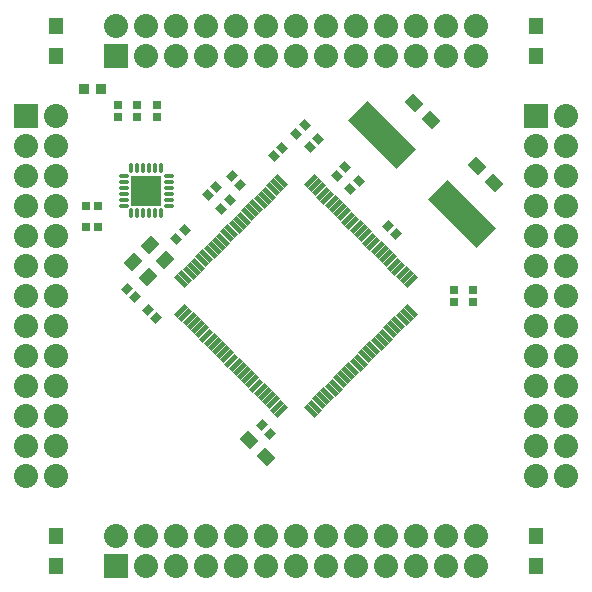
<source format=gts>
G04*
G04 #@! TF.GenerationSoftware,Altium Limited,Altium Designer,22.9.1 (49)*
G04*
G04 Layer_Color=8388736*
%FSLAX25Y25*%
%MOIN*%
G70*
G04*
G04 #@! TF.SameCoordinates,8D4C7E38-BABD-4712-AC01-C6420393E34D*
G04*
G04*
G04 #@! TF.FilePolarity,Negative*
G04*
G01*
G75*
G04:AMPARAMS|DCode=13|XSize=31.1mil|YSize=14.96mil|CornerRadius=3.35mil|HoleSize=0mil|Usage=FLASHONLY|Rotation=90.000|XOffset=0mil|YOffset=0mil|HoleType=Round|Shape=RoundedRectangle|*
%AMROUNDEDRECTD13*
21,1,0.03110,0.00827,0,0,90.0*
21,1,0.02441,0.01496,0,0,90.0*
1,1,0.00669,0.00413,0.01221*
1,1,0.00669,0.00413,-0.01221*
1,1,0.00669,-0.00413,-0.01221*
1,1,0.00669,-0.00413,0.01221*
%
%ADD13ROUNDEDRECTD13*%
G04:AMPARAMS|DCode=14|XSize=31.1mil|YSize=14.96mil|CornerRadius=3.35mil|HoleSize=0mil|Usage=FLASHONLY|Rotation=180.000|XOffset=0mil|YOffset=0mil|HoleType=Round|Shape=RoundedRectangle|*
%AMROUNDEDRECTD14*
21,1,0.03110,0.00827,0,0,180.0*
21,1,0.02441,0.01496,0,0,180.0*
1,1,0.00669,-0.01221,0.00413*
1,1,0.00669,0.01221,0.00413*
1,1,0.00669,0.01221,-0.00413*
1,1,0.00669,-0.01221,-0.00413*
%
%ADD14ROUNDEDRECTD14*%
G04:AMPARAMS|DCode=15|XSize=102.36mil|YSize=102.36mil|CornerRadius=4.43mil|HoleSize=0mil|Usage=FLASHONLY|Rotation=270.000|XOffset=0mil|YOffset=0mil|HoleType=Round|Shape=RoundedRectangle|*
%AMROUNDEDRECTD15*
21,1,0.10236,0.09350,0,0,270.0*
21,1,0.09350,0.10236,0,0,270.0*
1,1,0.00886,-0.04675,-0.04675*
1,1,0.00886,-0.04675,0.04675*
1,1,0.00886,0.04675,0.04675*
1,1,0.00886,0.04675,-0.04675*
%
%ADD15ROUNDEDRECTD15*%
%ADD16R,0.03753X0.03556*%
G04:AMPARAMS|DCode=17|XSize=25.72mil|YSize=31.62mil|CornerRadius=0mil|HoleSize=0mil|Usage=FLASHONLY|Rotation=315.000|XOffset=0mil|YOffset=0mil|HoleType=Round|Shape=Rectangle|*
%AMROTATEDRECTD17*
4,1,4,-0.02027,-0.00209,0.00209,0.02027,0.02027,0.00209,-0.00209,-0.02027,-0.02027,-0.00209,0.0*
%
%ADD17ROTATEDRECTD17*%

%ADD18R,0.05131X0.05524*%
G04:AMPARAMS|DCode=19|XSize=27.69mil|YSize=31.62mil|CornerRadius=0mil|HoleSize=0mil|Usage=FLASHONLY|Rotation=135.000|XOffset=0mil|YOffset=0mil|HoleType=Round|Shape=Rectangle|*
%AMROTATEDRECTD19*
4,1,4,0.02097,0.00139,-0.00139,-0.02097,-0.02097,-0.00139,0.00139,0.02097,0.02097,0.00139,0.0*
%
%ADD19ROTATEDRECTD19*%

G04:AMPARAMS|DCode=20|XSize=47.37mil|YSize=39.5mil|CornerRadius=0mil|HoleSize=0mil|Usage=FLASHONLY|Rotation=45.000|XOffset=0mil|YOffset=0mil|HoleType=Round|Shape=Rectangle|*
%AMROTATEDRECTD20*
4,1,4,-0.00278,-0.03071,-0.03071,-0.00278,0.00278,0.03071,0.03071,0.00278,-0.00278,-0.03071,0.0*
%
%ADD20ROTATEDRECTD20*%

G04:AMPARAMS|DCode=21|XSize=25.72mil|YSize=31.62mil|CornerRadius=0mil|HoleSize=0mil|Usage=FLASHONLY|Rotation=45.000|XOffset=0mil|YOffset=0mil|HoleType=Round|Shape=Rectangle|*
%AMROTATEDRECTD21*
4,1,4,0.00209,-0.02027,-0.02027,0.00209,-0.00209,0.02027,0.02027,-0.00209,0.00209,-0.02027,0.0*
%
%ADD21ROTATEDRECTD21*%

G04:AMPARAMS|DCode=22|XSize=47.37mil|YSize=39.5mil|CornerRadius=0mil|HoleSize=0mil|Usage=FLASHONLY|Rotation=315.000|XOffset=0mil|YOffset=0mil|HoleType=Round|Shape=Rectangle|*
%AMROTATEDRECTD22*
4,1,4,-0.03071,0.00278,-0.00278,0.03071,0.03071,-0.00278,0.00278,-0.03071,-0.03071,0.00278,0.0*
%
%ADD22ROTATEDRECTD22*%

G04:AMPARAMS|DCode=23|XSize=228mil|YSize=91mil|CornerRadius=0mil|HoleSize=0mil|Usage=FLASHONLY|Rotation=135.000|XOffset=0mil|YOffset=0mil|HoleType=Round|Shape=Rectangle|*
%AMROTATEDRECTD23*
4,1,4,0.11278,-0.04844,0.04844,-0.11278,-0.11278,0.04844,-0.04844,0.11278,0.11278,-0.04844,0.0*
%
%ADD23ROTATEDRECTD23*%

%ADD24R,0.03162X0.02572*%
%ADD25R,0.03162X0.02769*%
G04:AMPARAMS|DCode=26|XSize=27.69mil|YSize=31.62mil|CornerRadius=0mil|HoleSize=0mil|Usage=FLASHONLY|Rotation=225.000|XOffset=0mil|YOffset=0mil|HoleType=Round|Shape=Rectangle|*
%AMROTATEDRECTD26*
4,1,4,-0.00139,0.02097,0.02097,-0.00139,0.00139,-0.02097,-0.02097,0.00139,-0.00139,0.02097,0.0*
%
%ADD26ROTATEDRECTD26*%

%ADD27R,0.02572X0.03162*%
G04:AMPARAMS|DCode=28|XSize=15.75mil|YSize=51.18mil|CornerRadius=0mil|HoleSize=0mil|Usage=FLASHONLY|Rotation=225.000|XOffset=0mil|YOffset=0mil|HoleType=Round|Shape=Rectangle|*
%AMROTATEDRECTD28*
4,1,4,-0.01253,0.02366,0.02366,-0.01253,0.01253,-0.02366,-0.02366,0.01253,-0.01253,0.02366,0.0*
%
%ADD28ROTATEDRECTD28*%

G04:AMPARAMS|DCode=29|XSize=15.75mil|YSize=51.18mil|CornerRadius=0mil|HoleSize=0mil|Usage=FLASHONLY|Rotation=315.000|XOffset=0mil|YOffset=0mil|HoleType=Round|Shape=Rectangle|*
%AMROTATEDRECTD29*
4,1,4,-0.02366,-0.01253,0.01253,0.02366,0.02366,0.01253,-0.01253,-0.02366,-0.02366,-0.01253,0.0*
%
%ADD29ROTATEDRECTD29*%

%ADD30R,0.02769X0.03162*%
%ADD31C,0.08000*%
%ADD32R,0.08000X0.08000*%
%ADD33R,0.08000X0.08000*%
D13*
X65921Y138520D02*
D03*
X63953D02*
D03*
X61984D02*
D03*
X60016D02*
D03*
X58047D02*
D03*
X56079D02*
D03*
X65921Y153480D02*
D03*
X63953D02*
D03*
X61984D02*
D03*
X60016D02*
D03*
X58047D02*
D03*
X56079D02*
D03*
D14*
X68480Y141079D02*
D03*
Y143047D02*
D03*
Y145016D02*
D03*
Y146984D02*
D03*
Y148953D02*
D03*
Y150921D02*
D03*
X53520D02*
D03*
Y148953D02*
D03*
Y146984D02*
D03*
Y145016D02*
D03*
Y143047D02*
D03*
Y141079D02*
D03*
D15*
X61000Y146000D02*
D03*
D16*
X45854Y180000D02*
D03*
X40146D02*
D03*
D17*
X102414Y65086D02*
D03*
X99586Y67914D02*
D03*
X54586Y113414D02*
D03*
X57414Y110586D02*
D03*
X144414Y131586D02*
D03*
X141586Y134414D02*
D03*
D18*
X31000Y31000D02*
D03*
Y21000D02*
D03*
X191000Y31000D02*
D03*
Y21000D02*
D03*
Y191000D02*
D03*
Y201000D02*
D03*
X31000Y191000D02*
D03*
Y201000D02*
D03*
D19*
X89586Y150914D02*
D03*
X92414Y148086D02*
D03*
X64414Y103586D02*
D03*
X61586Y106414D02*
D03*
D20*
X67328Y122828D02*
D03*
X61672Y117172D02*
D03*
X62328Y127828D02*
D03*
X56672Y122172D02*
D03*
D21*
X71086Y130086D02*
D03*
X73914Y132914D02*
D03*
X131914Y149414D02*
D03*
X129086Y146586D02*
D03*
X106414Y160414D02*
D03*
X103586Y157586D02*
D03*
X124586Y151086D02*
D03*
X127414Y153914D02*
D03*
D22*
X176828Y148672D02*
D03*
X171172Y154328D02*
D03*
X150172Y175328D02*
D03*
X155828Y169672D02*
D03*
X95172Y62828D02*
D03*
X100828Y57172D02*
D03*
D23*
X166223Y138277D02*
D03*
X139777Y164723D02*
D03*
D24*
X163500Y113000D02*
D03*
Y109000D02*
D03*
D25*
X170000Y113000D02*
D03*
Y109000D02*
D03*
X51500Y174500D02*
D03*
Y170500D02*
D03*
X58000Y174500D02*
D03*
Y170500D02*
D03*
X64500Y174500D02*
D03*
Y170500D02*
D03*
D26*
X81586Y144586D02*
D03*
X84414Y147414D02*
D03*
X86086Y140086D02*
D03*
X88914Y142914D02*
D03*
X111086Y165086D02*
D03*
X113914Y167914D02*
D03*
X115586Y160586D02*
D03*
X118414Y163414D02*
D03*
D27*
X41000Y134000D02*
D03*
X45000D02*
D03*
D28*
X106128Y149278D02*
D03*
X72722Y115872D02*
D03*
X74114Y117264D02*
D03*
X75506Y118656D02*
D03*
X76897Y120048D02*
D03*
X78289Y121440D02*
D03*
X79681Y122831D02*
D03*
X81073Y124223D02*
D03*
X82465Y125615D02*
D03*
X83857Y127007D02*
D03*
X85249Y128399D02*
D03*
X86641Y129791D02*
D03*
X88033Y131183D02*
D03*
X89425Y132575D02*
D03*
X90817Y133967D02*
D03*
X92209Y135359D02*
D03*
X93601Y136751D02*
D03*
X94993Y138143D02*
D03*
X96385Y139535D02*
D03*
X97777Y140927D02*
D03*
X99168Y142319D02*
D03*
X100560Y143711D02*
D03*
X101952Y145103D02*
D03*
X103344Y146494D02*
D03*
X104736Y147887D02*
D03*
X115872Y72722D02*
D03*
X117264Y74114D02*
D03*
X118656Y75506D02*
D03*
X120048Y76897D02*
D03*
X121440Y78289D02*
D03*
X122831Y79681D02*
D03*
X124223Y81073D02*
D03*
X125615Y82465D02*
D03*
X127007Y83857D02*
D03*
X128399Y85249D02*
D03*
X129791Y86641D02*
D03*
X131183Y88033D02*
D03*
X132575Y89425D02*
D03*
X133967Y90817D02*
D03*
X135359Y92209D02*
D03*
X136751Y93601D02*
D03*
X138143Y94993D02*
D03*
X139535Y96385D02*
D03*
X140927Y97777D02*
D03*
X142319Y99168D02*
D03*
X143711Y100560D02*
D03*
X145103Y101952D02*
D03*
X146494Y103344D02*
D03*
X147887Y104736D02*
D03*
X149278Y106128D02*
D03*
D29*
X72722D02*
D03*
X147887Y117264D02*
D03*
X146494Y118656D02*
D03*
X145103Y120048D02*
D03*
X143711Y121440D02*
D03*
X142319Y122831D02*
D03*
X140927Y124223D02*
D03*
X139535Y125615D02*
D03*
X138143Y127007D02*
D03*
X136751Y128399D02*
D03*
X135359Y129791D02*
D03*
X133967Y131183D02*
D03*
X132575Y132575D02*
D03*
X131183Y133967D02*
D03*
X129791Y135359D02*
D03*
X128399Y136751D02*
D03*
X127007Y138143D02*
D03*
X125615Y139535D02*
D03*
X124223Y140927D02*
D03*
X122831Y142319D02*
D03*
X121440Y143711D02*
D03*
X120048Y145103D02*
D03*
X118656Y146494D02*
D03*
X117264Y147887D02*
D03*
X115872Y149278D02*
D03*
X149278Y115872D02*
D03*
X74114Y104736D02*
D03*
X75506Y103344D02*
D03*
X76897Y101952D02*
D03*
X78289Y100560D02*
D03*
X79681Y99168D02*
D03*
X81073Y97777D02*
D03*
X82465Y96385D02*
D03*
X83857Y94993D02*
D03*
X85249Y93601D02*
D03*
X86641Y92209D02*
D03*
X88033Y90817D02*
D03*
X89425Y89425D02*
D03*
X90817Y88033D02*
D03*
X92209Y86641D02*
D03*
X93601Y85249D02*
D03*
X94993Y83857D02*
D03*
X96385Y82465D02*
D03*
X97777Y81073D02*
D03*
X99168Y79681D02*
D03*
X100560Y78289D02*
D03*
X101952Y76897D02*
D03*
X103344Y75506D02*
D03*
X104736Y74114D02*
D03*
X106128Y72722D02*
D03*
D30*
X41000Y141000D02*
D03*
X45000D02*
D03*
D31*
X171000Y191000D02*
D03*
X81000D02*
D03*
X161000D02*
D03*
X151000D02*
D03*
X141000D02*
D03*
X131000D02*
D03*
X121000D02*
D03*
X111000D02*
D03*
X101000D02*
D03*
X91000D02*
D03*
X51000Y201000D02*
D03*
X61000Y191000D02*
D03*
Y201000D02*
D03*
X71000Y191000D02*
D03*
Y201000D02*
D03*
X91000D02*
D03*
X101000D02*
D03*
X111000D02*
D03*
X121000D02*
D03*
X131000D02*
D03*
X141000D02*
D03*
X151000D02*
D03*
X161000D02*
D03*
X171000D02*
D03*
X81000D02*
D03*
X191000Y51000D02*
D03*
Y141000D02*
D03*
Y61000D02*
D03*
Y71000D02*
D03*
Y81000D02*
D03*
Y91000D02*
D03*
Y101000D02*
D03*
Y111000D02*
D03*
Y121000D02*
D03*
Y131000D02*
D03*
X201000Y171000D02*
D03*
X191000Y161000D02*
D03*
X201000D02*
D03*
X191000Y151000D02*
D03*
X201000D02*
D03*
Y131000D02*
D03*
Y121000D02*
D03*
Y111000D02*
D03*
Y101000D02*
D03*
Y91000D02*
D03*
Y81000D02*
D03*
Y71000D02*
D03*
Y61000D02*
D03*
Y51000D02*
D03*
Y141000D02*
D03*
X21000Y51000D02*
D03*
Y141000D02*
D03*
Y61000D02*
D03*
Y71000D02*
D03*
Y81000D02*
D03*
Y91000D02*
D03*
Y101000D02*
D03*
Y111000D02*
D03*
Y121000D02*
D03*
Y131000D02*
D03*
X31000Y171000D02*
D03*
X21000Y161000D02*
D03*
X31000D02*
D03*
X21000Y151000D02*
D03*
X31000D02*
D03*
Y131000D02*
D03*
Y121000D02*
D03*
Y111000D02*
D03*
Y101000D02*
D03*
Y91000D02*
D03*
Y81000D02*
D03*
Y71000D02*
D03*
Y61000D02*
D03*
Y51000D02*
D03*
Y141000D02*
D03*
X171000Y21000D02*
D03*
X81000D02*
D03*
X161000D02*
D03*
X151000D02*
D03*
X141000D02*
D03*
X131000D02*
D03*
X121000D02*
D03*
X111000D02*
D03*
X101000D02*
D03*
X91000D02*
D03*
X51000Y31000D02*
D03*
X61000Y21000D02*
D03*
Y31000D02*
D03*
X71000Y21000D02*
D03*
Y31000D02*
D03*
X91000D02*
D03*
X101000D02*
D03*
X111000D02*
D03*
X121000D02*
D03*
X131000D02*
D03*
X141000D02*
D03*
X151000D02*
D03*
X161000D02*
D03*
X171000D02*
D03*
X81000D02*
D03*
D32*
X51000Y191000D02*
D03*
Y21000D02*
D03*
D33*
X191000Y171000D02*
D03*
X21000D02*
D03*
M02*

</source>
